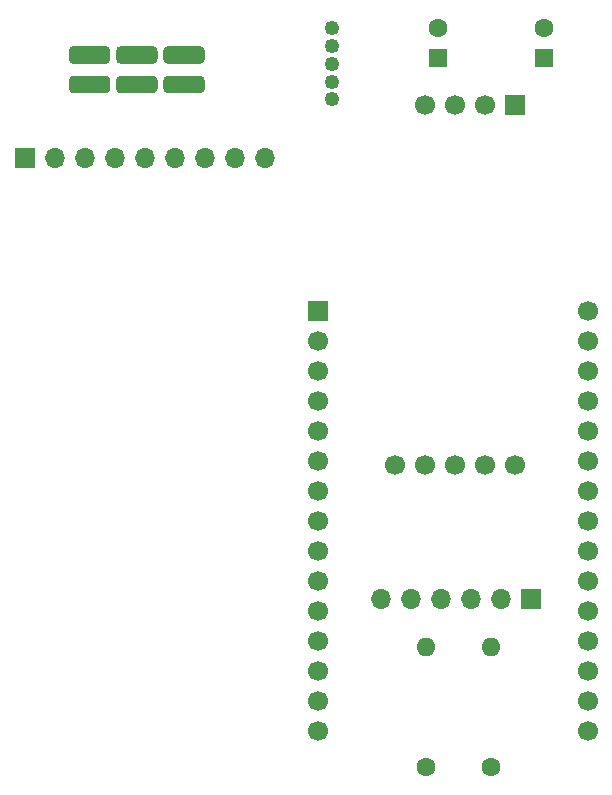
<source format=gbr>
%TF.GenerationSoftware,KiCad,Pcbnew,5.1.10*%
%TF.CreationDate,2021-10-29T17:16:23+02:00*%
%TF.ProjectId,air_quality_box,6169725f-7175-4616-9c69-74795f626f78,rev?*%
%TF.SameCoordinates,Original*%
%TF.FileFunction,Soldermask,Top*%
%TF.FilePolarity,Negative*%
%FSLAX46Y46*%
G04 Gerber Fmt 4.6, Leading zero omitted, Abs format (unit mm)*
G04 Created by KiCad (PCBNEW 5.1.10) date 2021-10-29 17:16:23*
%MOMM*%
%LPD*%
G01*
G04 APERTURE LIST*
%ADD10C,1.250000*%
%ADD11R,1.600000X1.600000*%
%ADD12C,1.600000*%
%ADD13R,1.700000X1.700000*%
%ADD14C,1.700000*%
%ADD15O,1.700000X1.700000*%
%ADD16O,1.600000X1.600000*%
G04 APERTURE END LIST*
%TO.C,SW1*%
G36*
G01*
X123750000Y-42375000D02*
X123750000Y-43125000D01*
G75*
G02*
X123375000Y-43500000I-375000J0D01*
G01*
X120625000Y-43500000D01*
G75*
G02*
X120250000Y-43125000I0J375000D01*
G01*
X120250000Y-42375000D01*
G75*
G02*
X120625000Y-42000000I375000J0D01*
G01*
X123375000Y-42000000D01*
G75*
G02*
X123750000Y-42375000I0J-375000D01*
G01*
G37*
G36*
G01*
X127750000Y-42375000D02*
X127750000Y-43125000D01*
G75*
G02*
X127375000Y-43500000I-375000J0D01*
G01*
X124625000Y-43500000D01*
G75*
G02*
X124250000Y-43125000I0J375000D01*
G01*
X124250000Y-42375000D01*
G75*
G02*
X124625000Y-42000000I375000J0D01*
G01*
X127375000Y-42000000D01*
G75*
G02*
X127750000Y-42375000I0J-375000D01*
G01*
G37*
G36*
G01*
X131750000Y-42375000D02*
X131750000Y-43125000D01*
G75*
G02*
X131375000Y-43500000I-375000J0D01*
G01*
X128625000Y-43500000D01*
G75*
G02*
X128250000Y-43125000I0J375000D01*
G01*
X128250000Y-42375000D01*
G75*
G02*
X128625000Y-42000000I375000J0D01*
G01*
X131375000Y-42000000D01*
G75*
G02*
X131750000Y-42375000I0J-375000D01*
G01*
G37*
G36*
G01*
X123750000Y-44875000D02*
X123750000Y-45625000D01*
G75*
G02*
X123375000Y-46000000I-375000J0D01*
G01*
X120625000Y-46000000D01*
G75*
G02*
X120250000Y-45625000I0J375000D01*
G01*
X120250000Y-44875000D01*
G75*
G02*
X120625000Y-44500000I375000J0D01*
G01*
X123375000Y-44500000D01*
G75*
G02*
X123750000Y-44875000I0J-375000D01*
G01*
G37*
G36*
G01*
X127750000Y-44875000D02*
X127750000Y-45625000D01*
G75*
G02*
X127375000Y-46000000I-375000J0D01*
G01*
X124625000Y-46000000D01*
G75*
G02*
X124250000Y-45625000I0J375000D01*
G01*
X124250000Y-44875000D01*
G75*
G02*
X124625000Y-44500000I375000J0D01*
G01*
X127375000Y-44500000D01*
G75*
G02*
X127750000Y-44875000I0J-375000D01*
G01*
G37*
G36*
G01*
X131750000Y-44875000D02*
X131750000Y-45625000D01*
G75*
G02*
X131375000Y-46000000I-375000J0D01*
G01*
X128625000Y-46000000D01*
G75*
G02*
X128250000Y-45625000I0J375000D01*
G01*
X128250000Y-44875000D01*
G75*
G02*
X128625000Y-44500000I375000J0D01*
G01*
X131375000Y-44500000D01*
G75*
G02*
X131750000Y-44875000I0J-375000D01*
G01*
G37*
%TD*%
D10*
%TO.C,J3*%
X142500000Y-40500000D03*
X142500000Y-42000000D03*
X142500000Y-43500000D03*
X142500000Y-45000000D03*
X142500000Y-46500000D03*
%TD*%
D11*
%TO.C,C1*%
X160500000Y-43000000D03*
D12*
X160500000Y-40500000D03*
%TD*%
%TO.C,C2*%
X151500000Y-40500000D03*
D11*
X151500000Y-43000000D03*
%TD*%
D13*
%TO.C,J1*%
X158000000Y-47000000D03*
D14*
X155460000Y-47000000D03*
X152920000Y-47000000D03*
X150380000Y-47000000D03*
X147840000Y-77480000D03*
X150380000Y-77480000D03*
X152920000Y-77480000D03*
X155460000Y-77480000D03*
X158000000Y-77480000D03*
%TD*%
D13*
%TO.C,J2*%
X159400000Y-88800000D03*
D15*
X156860000Y-88800000D03*
X154320000Y-88800000D03*
X151780000Y-88800000D03*
X149240000Y-88800000D03*
X146700000Y-88800000D03*
%TD*%
D13*
%TO.C,J4*%
X116500000Y-51500000D03*
D15*
X119040000Y-51500000D03*
X121580000Y-51500000D03*
X124120000Y-51500000D03*
X126660000Y-51500000D03*
X129200000Y-51500000D03*
X131740000Y-51500000D03*
X134280000Y-51500000D03*
X136820000Y-51500000D03*
%TD*%
D16*
%TO.C,R1*%
X150500000Y-92840000D03*
D12*
X150500000Y-103000000D03*
%TD*%
%TO.C,R2*%
X156000000Y-103000000D03*
D16*
X156000000Y-92840000D03*
%TD*%
D13*
%TO.C,U1*%
X141330001Y-64410001D03*
D14*
X141330001Y-66950001D03*
X141330001Y-69490001D03*
X141330001Y-72030001D03*
X141330001Y-74570001D03*
X141330001Y-77110001D03*
X141330001Y-79650001D03*
X141330001Y-82190001D03*
X141330001Y-84730001D03*
X141330001Y-87270001D03*
X141330001Y-89810001D03*
X141330001Y-92350001D03*
X141330001Y-94890001D03*
X141330001Y-97430001D03*
X141330001Y-99970001D03*
X164190001Y-64410001D03*
X164190001Y-66950001D03*
X164190001Y-69490001D03*
X164190001Y-72030001D03*
X164190001Y-74570001D03*
X164190001Y-77110001D03*
X164190001Y-79650001D03*
X164190001Y-82190001D03*
X164190001Y-84730001D03*
X164190001Y-87270001D03*
X164190001Y-89810001D03*
X164190001Y-92350001D03*
X164190001Y-94890001D03*
X164190001Y-97430001D03*
X164190001Y-99970001D03*
%TD*%
M02*

</source>
